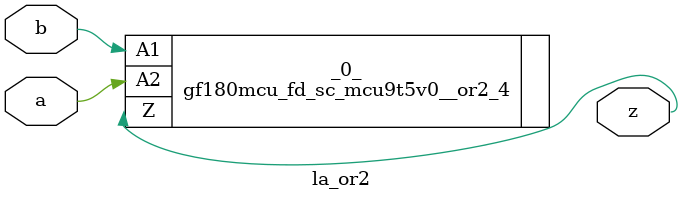
<source format=v>

/* Generated by Yosys 0.44 (git sha1 80ba43d26, g++ 11.4.0-1ubuntu1~22.04 -fPIC -O3) */

(* top =  1  *)
(* src = "inputs/la_or2.v:10.1-20.10" *)
module la_or2 (
    a,
    b,
    z
);
  (* src = "inputs/la_or2.v:13.12-13.13" *)
  input a;
  wire a;
  (* src = "inputs/la_or2.v:14.12-14.13" *)
  input b;
  wire b;
  (* src = "inputs/la_or2.v:15.12-15.13" *)
  output z;
  wire z;
  gf180mcu_fd_sc_mcu9t5v0__or2_4 _0_ (
      .A1(b),
      .A2(a),
      .Z (z)
  );
endmodule

</source>
